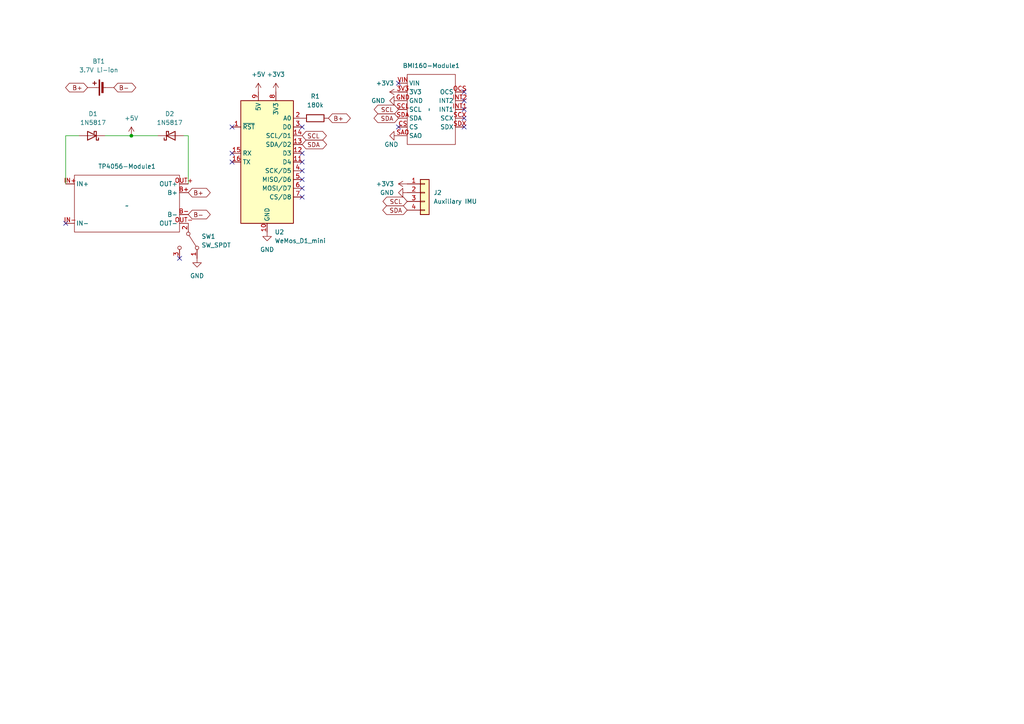
<source format=kicad_sch>
(kicad_sch (version 20230121) (generator eeschema)

  (uuid bdb60fbc-1b7d-41a7-90a8-acda41371973)

  (paper "A4")

  (lib_symbols
    (symbol "Breakout Boards:BMI160-Module" (in_bom yes) (on_board yes)
      (property "Reference" "BMI160-Module" (at 0 0 0)
        (effects (font (size 1.27 1.27)))
      )
      (property "Value" "" (at 0 0 0)
        (effects (font (size 1.27 1.27)))
      )
      (property "Footprint" "" (at 0 0 0)
        (effects (font (size 1.27 1.27)) hide)
      )
      (property "Datasheet" "" (at 0 0 0)
        (effects (font (size 1.27 1.27)) hide)
      )
      (symbol "BMI160-Module_0_1"
        (rectangle (start -10.16 7.62) (end 10.16 -6.35)
          (stroke (width 0) (type default))
          (fill (type none))
        )
      )
      (symbol "BMI160-Module_1_1"
        (pin input line (at -5.08 -8.89 90) (length 2.54)
          (name "3V3" (effects (font (size 1.27 1.27))))
          (number "3V3" (effects (font (size 1.27 1.27))))
        )
        (pin input line (at 5.08 -8.89 90) (length 2.54)
          (name "CS" (effects (font (size 1.27 1.27))))
          (number "CS" (effects (font (size 1.27 1.27))))
        )
        (pin input line (at -2.54 -8.89 90) (length 2.54)
          (name "GND" (effects (font (size 1.27 1.27))))
          (number "GND" (effects (font (size 1.27 1.27))))
        )
        (pin input line (at 0 10.16 270) (length 2.54)
          (name "INT1" (effects (font (size 1.27 1.27))))
          (number "INT1" (effects (font (size 1.27 1.27))))
        )
        (pin input line (at -2.54 10.16 270) (length 2.54)
          (name "INT2" (effects (font (size 1.27 1.27))))
          (number "INT2" (effects (font (size 1.27 1.27))))
        )
        (pin input line (at -5.08 10.16 270) (length 2.54)
          (name "OCS" (effects (font (size 1.27 1.27))))
          (number "OCS" (effects (font (size 1.27 1.27))))
        )
        (pin input line (at 7.62 -8.89 90) (length 2.54)
          (name "SAO" (effects (font (size 1.27 1.27))))
          (number "SAO" (effects (font (size 1.27 1.27))))
        )
        (pin input line (at 0 -8.89 90) (length 2.54)
          (name "SCL" (effects (font (size 1.27 1.27))))
          (number "SCL" (effects (font (size 1.27 1.27))))
        )
        (pin input line (at 2.54 10.16 270) (length 2.54)
          (name "SCX" (effects (font (size 1.27 1.27))))
          (number "SCX" (effects (font (size 1.27 1.27))))
        )
        (pin input line (at 2.54 -8.89 90) (length 2.54)
          (name "SDA" (effects (font (size 1.27 1.27))))
          (number "SDA" (effects (font (size 1.27 1.27))))
        )
        (pin input line (at 5.08 10.16 270) (length 2.54)
          (name "SDX" (effects (font (size 1.27 1.27))))
          (number "SDX" (effects (font (size 1.27 1.27))))
        )
        (pin input line (at -7.62 -8.89 90) (length 2.54)
          (name "VIN" (effects (font (size 1.27 1.27))))
          (number "VIN" (effects (font (size 1.27 1.27))))
        )
      )
    )
    (symbol "Breakout Boards:TP4056-Module" (in_bom yes) (on_board yes)
      (property "Reference" "TP4056-Module" (at 0 0 0)
        (effects (font (size 1.27 1.27)))
      )
      (property "Value" "" (at 0 0 0)
        (effects (font (size 1.27 1.27)))
      )
      (property "Footprint" "" (at 0 0 0)
        (effects (font (size 1.27 1.27)) hide)
      )
      (property "Datasheet" "" (at 0 0 0)
        (effects (font (size 1.27 1.27)) hide)
      )
      (symbol "TP4056-Module_0_1"
        (rectangle (start -15.24 8.89) (end 15.24 -7.62)
          (stroke (width 0) (type default))
          (fill (type none))
        )
      )
      (symbol "TP4056-Module_1_1"
        (pin power_in line (at 17.78 3.81 180) (length 2.54)
          (name "B+" (effects (font (size 1.27 1.27))))
          (number "B+" (effects (font (size 1.27 1.27))))
        )
        (pin power_in line (at 17.78 -2.54 180) (length 2.54)
          (name "B-" (effects (font (size 1.27 1.27))))
          (number "B-" (effects (font (size 1.27 1.27))))
        )
        (pin power_in line (at -17.78 6.35 0) (length 2.54)
          (name "IN+" (effects (font (size 1.27 1.27))))
          (number "IN+" (effects (font (size 1.27 1.27))))
        )
        (pin power_in line (at -17.78 -5.08 0) (length 2.54)
          (name "IN-" (effects (font (size 1.27 1.27))))
          (number "IN-" (effects (font (size 1.27 1.27))))
        )
        (pin power_out line (at 17.78 6.35 180) (length 2.54)
          (name "OUT+" (effects (font (size 1.27 1.27))))
          (number "OUT+" (effects (font (size 1.27 1.27))))
        )
        (pin power_out line (at 17.78 -5.08 180) (length 2.54)
          (name "OUT-" (effects (font (size 1.27 1.27))))
          (number "OUT-" (effects (font (size 1.27 1.27))))
        )
      )
    )
    (symbol "Connector_Generic:Conn_01x04" (pin_names (offset 1.016) hide) (in_bom yes) (on_board yes)
      (property "Reference" "J" (at 0 5.08 0)
        (effects (font (size 1.27 1.27)))
      )
      (property "Value" "Conn_01x04" (at 0 -7.62 0)
        (effects (font (size 1.27 1.27)))
      )
      (property "Footprint" "" (at 0 0 0)
        (effects (font (size 1.27 1.27)) hide)
      )
      (property "Datasheet" "~" (at 0 0 0)
        (effects (font (size 1.27 1.27)) hide)
      )
      (property "ki_keywords" "connector" (at 0 0 0)
        (effects (font (size 1.27 1.27)) hide)
      )
      (property "ki_description" "Generic connector, single row, 01x04, script generated (kicad-library-utils/schlib/autogen/connector/)" (at 0 0 0)
        (effects (font (size 1.27 1.27)) hide)
      )
      (property "ki_fp_filters" "Connector*:*_1x??_*" (at 0 0 0)
        (effects (font (size 1.27 1.27)) hide)
      )
      (symbol "Conn_01x04_1_1"
        (rectangle (start -1.27 -4.953) (end 0 -5.207)
          (stroke (width 0.1524) (type default))
          (fill (type none))
        )
        (rectangle (start -1.27 -2.413) (end 0 -2.667)
          (stroke (width 0.1524) (type default))
          (fill (type none))
        )
        (rectangle (start -1.27 0.127) (end 0 -0.127)
          (stroke (width 0.1524) (type default))
          (fill (type none))
        )
        (rectangle (start -1.27 2.667) (end 0 2.413)
          (stroke (width 0.1524) (type default))
          (fill (type none))
        )
        (rectangle (start -1.27 3.81) (end 1.27 -6.35)
          (stroke (width 0.254) (type default))
          (fill (type background))
        )
        (pin passive line (at -5.08 2.54 0) (length 3.81)
          (name "Pin_1" (effects (font (size 1.27 1.27))))
          (number "1" (effects (font (size 1.27 1.27))))
        )
        (pin passive line (at -5.08 0 0) (length 3.81)
          (name "Pin_2" (effects (font (size 1.27 1.27))))
          (number "2" (effects (font (size 1.27 1.27))))
        )
        (pin passive line (at -5.08 -2.54 0) (length 3.81)
          (name "Pin_3" (effects (font (size 1.27 1.27))))
          (number "3" (effects (font (size 1.27 1.27))))
        )
        (pin passive line (at -5.08 -5.08 0) (length 3.81)
          (name "Pin_4" (effects (font (size 1.27 1.27))))
          (number "4" (effects (font (size 1.27 1.27))))
        )
      )
    )
    (symbol "Device:Battery_Cell" (pin_numbers hide) (pin_names (offset 0) hide) (in_bom yes) (on_board yes)
      (property "Reference" "BT" (at 2.54 2.54 0)
        (effects (font (size 1.27 1.27)) (justify left))
      )
      (property "Value" "Battery_Cell" (at 2.54 0 0)
        (effects (font (size 1.27 1.27)) (justify left))
      )
      (property "Footprint" "" (at 0 1.524 90)
        (effects (font (size 1.27 1.27)) hide)
      )
      (property "Datasheet" "~" (at 0 1.524 90)
        (effects (font (size 1.27 1.27)) hide)
      )
      (property "ki_keywords" "battery cell" (at 0 0 0)
        (effects (font (size 1.27 1.27)) hide)
      )
      (property "ki_description" "Single-cell battery" (at 0 0 0)
        (effects (font (size 1.27 1.27)) hide)
      )
      (symbol "Battery_Cell_0_1"
        (rectangle (start -2.286 1.778) (end 2.286 1.524)
          (stroke (width 0) (type default))
          (fill (type outline))
        )
        (rectangle (start -1.524 1.016) (end 1.524 0.508)
          (stroke (width 0) (type default))
          (fill (type outline))
        )
        (polyline
          (pts
            (xy 0 0.762)
            (xy 0 0)
          )
          (stroke (width 0) (type default))
          (fill (type none))
        )
        (polyline
          (pts
            (xy 0 1.778)
            (xy 0 2.54)
          )
          (stroke (width 0) (type default))
          (fill (type none))
        )
        (polyline
          (pts
            (xy 0.762 3.048)
            (xy 1.778 3.048)
          )
          (stroke (width 0.254) (type default))
          (fill (type none))
        )
        (polyline
          (pts
            (xy 1.27 3.556)
            (xy 1.27 2.54)
          )
          (stroke (width 0.254) (type default))
          (fill (type none))
        )
      )
      (symbol "Battery_Cell_1_1"
        (pin passive line (at 0 5.08 270) (length 2.54)
          (name "+" (effects (font (size 1.27 1.27))))
          (number "1" (effects (font (size 1.27 1.27))))
        )
        (pin passive line (at 0 -2.54 90) (length 2.54)
          (name "-" (effects (font (size 1.27 1.27))))
          (number "2" (effects (font (size 1.27 1.27))))
        )
      )
    )
    (symbol "Device:R" (pin_numbers hide) (pin_names (offset 0)) (in_bom yes) (on_board yes)
      (property "Reference" "R" (at 2.032 0 90)
        (effects (font (size 1.27 1.27)))
      )
      (property "Value" "R" (at 0 0 90)
        (effects (font (size 1.27 1.27)))
      )
      (property "Footprint" "" (at -1.778 0 90)
        (effects (font (size 1.27 1.27)) hide)
      )
      (property "Datasheet" "~" (at 0 0 0)
        (effects (font (size 1.27 1.27)) hide)
      )
      (property "ki_keywords" "R res resistor" (at 0 0 0)
        (effects (font (size 1.27 1.27)) hide)
      )
      (property "ki_description" "Resistor" (at 0 0 0)
        (effects (font (size 1.27 1.27)) hide)
      )
      (property "ki_fp_filters" "R_*" (at 0 0 0)
        (effects (font (size 1.27 1.27)) hide)
      )
      (symbol "R_0_1"
        (rectangle (start -1.016 -2.54) (end 1.016 2.54)
          (stroke (width 0.254) (type default))
          (fill (type none))
        )
      )
      (symbol "R_1_1"
        (pin passive line (at 0 3.81 270) (length 1.27)
          (name "~" (effects (font (size 1.27 1.27))))
          (number "1" (effects (font (size 1.27 1.27))))
        )
        (pin passive line (at 0 -3.81 90) (length 1.27)
          (name "~" (effects (font (size 1.27 1.27))))
          (number "2" (effects (font (size 1.27 1.27))))
        )
      )
    )
    (symbol "Diode:1N5817" (pin_numbers hide) (pin_names (offset 1.016) hide) (in_bom yes) (on_board yes)
      (property "Reference" "D" (at 0 2.54 0)
        (effects (font (size 1.27 1.27)))
      )
      (property "Value" "1N5817" (at 0 -2.54 0)
        (effects (font (size 1.27 1.27)))
      )
      (property "Footprint" "Diode_THT:D_DO-41_SOD81_P10.16mm_Horizontal" (at 0 -4.445 0)
        (effects (font (size 1.27 1.27)) hide)
      )
      (property "Datasheet" "http://www.vishay.com/docs/88525/1n5817.pdf" (at 0 0 0)
        (effects (font (size 1.27 1.27)) hide)
      )
      (property "ki_keywords" "diode Schottky" (at 0 0 0)
        (effects (font (size 1.27 1.27)) hide)
      )
      (property "ki_description" "20V 1A Schottky Barrier Rectifier Diode, DO-41" (at 0 0 0)
        (effects (font (size 1.27 1.27)) hide)
      )
      (property "ki_fp_filters" "D*DO?41*" (at 0 0 0)
        (effects (font (size 1.27 1.27)) hide)
      )
      (symbol "1N5817_0_1"
        (polyline
          (pts
            (xy 1.27 0)
            (xy -1.27 0)
          )
          (stroke (width 0) (type default))
          (fill (type none))
        )
        (polyline
          (pts
            (xy 1.27 1.27)
            (xy 1.27 -1.27)
            (xy -1.27 0)
            (xy 1.27 1.27)
          )
          (stroke (width 0.254) (type default))
          (fill (type none))
        )
        (polyline
          (pts
            (xy -1.905 0.635)
            (xy -1.905 1.27)
            (xy -1.27 1.27)
            (xy -1.27 -1.27)
            (xy -0.635 -1.27)
            (xy -0.635 -0.635)
          )
          (stroke (width 0.254) (type default))
          (fill (type none))
        )
      )
      (symbol "1N5817_1_1"
        (pin passive line (at -3.81 0 0) (length 2.54)
          (name "K" (effects (font (size 1.27 1.27))))
          (number "1" (effects (font (size 1.27 1.27))))
        )
        (pin passive line (at 3.81 0 180) (length 2.54)
          (name "A" (effects (font (size 1.27 1.27))))
          (number "2" (effects (font (size 1.27 1.27))))
        )
      )
    )
    (symbol "MCU_Module:WeMos_D1_mini" (in_bom yes) (on_board yes)
      (property "Reference" "U" (at 3.81 19.05 0)
        (effects (font (size 1.27 1.27)) (justify left))
      )
      (property "Value" "WeMos_D1_mini" (at 1.27 -19.05 0)
        (effects (font (size 1.27 1.27)) (justify left))
      )
      (property "Footprint" "Module:WEMOS_D1_mini_light" (at 0 -29.21 0)
        (effects (font (size 1.27 1.27)) hide)
      )
      (property "Datasheet" "https://wiki.wemos.cc/products:d1:d1_mini#documentation" (at -46.99 -29.21 0)
        (effects (font (size 1.27 1.27)) hide)
      )
      (property "ki_keywords" "ESP8266 WiFi microcontroller ESP8266EX" (at 0 0 0)
        (effects (font (size 1.27 1.27)) hide)
      )
      (property "ki_description" "32-bit microcontroller module with WiFi" (at 0 0 0)
        (effects (font (size 1.27 1.27)) hide)
      )
      (property "ki_fp_filters" "WEMOS*D1*mini*" (at 0 0 0)
        (effects (font (size 1.27 1.27)) hide)
      )
      (symbol "WeMos_D1_mini_1_1"
        (rectangle (start -7.62 17.78) (end 7.62 -17.78)
          (stroke (width 0.254) (type default))
          (fill (type background))
        )
        (pin input line (at -10.16 10.16 0) (length 2.54)
          (name "~{RST}" (effects (font (size 1.27 1.27))))
          (number "1" (effects (font (size 1.27 1.27))))
        )
        (pin power_in line (at 0 -20.32 90) (length 2.54)
          (name "GND" (effects (font (size 1.27 1.27))))
          (number "10" (effects (font (size 1.27 1.27))))
        )
        (pin bidirectional line (at 10.16 0 180) (length 2.54)
          (name "D4" (effects (font (size 1.27 1.27))))
          (number "11" (effects (font (size 1.27 1.27))))
        )
        (pin bidirectional line (at 10.16 2.54 180) (length 2.54)
          (name "D3" (effects (font (size 1.27 1.27))))
          (number "12" (effects (font (size 1.27 1.27))))
        )
        (pin bidirectional line (at 10.16 5.08 180) (length 2.54)
          (name "SDA/D2" (effects (font (size 1.27 1.27))))
          (number "13" (effects (font (size 1.27 1.27))))
        )
        (pin bidirectional line (at 10.16 7.62 180) (length 2.54)
          (name "SCL/D1" (effects (font (size 1.27 1.27))))
          (number "14" (effects (font (size 1.27 1.27))))
        )
        (pin input line (at -10.16 2.54 0) (length 2.54)
          (name "RX" (effects (font (size 1.27 1.27))))
          (number "15" (effects (font (size 1.27 1.27))))
        )
        (pin output line (at -10.16 0 0) (length 2.54)
          (name "TX" (effects (font (size 1.27 1.27))))
          (number "16" (effects (font (size 1.27 1.27))))
        )
        (pin input line (at 10.16 12.7 180) (length 2.54)
          (name "A0" (effects (font (size 1.27 1.27))))
          (number "2" (effects (font (size 1.27 1.27))))
        )
        (pin bidirectional line (at 10.16 10.16 180) (length 2.54)
          (name "D0" (effects (font (size 1.27 1.27))))
          (number "3" (effects (font (size 1.27 1.27))))
        )
        (pin bidirectional line (at 10.16 -2.54 180) (length 2.54)
          (name "SCK/D5" (effects (font (size 1.27 1.27))))
          (number "4" (effects (font (size 1.27 1.27))))
        )
        (pin bidirectional line (at 10.16 -5.08 180) (length 2.54)
          (name "MISO/D6" (effects (font (size 1.27 1.27))))
          (number "5" (effects (font (size 1.27 1.27))))
        )
        (pin bidirectional line (at 10.16 -7.62 180) (length 2.54)
          (name "MOSI/D7" (effects (font (size 1.27 1.27))))
          (number "6" (effects (font (size 1.27 1.27))))
        )
        (pin bidirectional line (at 10.16 -10.16 180) (length 2.54)
          (name "CS/D8" (effects (font (size 1.27 1.27))))
          (number "7" (effects (font (size 1.27 1.27))))
        )
        (pin power_out line (at 2.54 20.32 270) (length 2.54)
          (name "3V3" (effects (font (size 1.27 1.27))))
          (number "8" (effects (font (size 1.27 1.27))))
        )
        (pin power_in line (at -2.54 20.32 270) (length 2.54)
          (name "5V" (effects (font (size 1.27 1.27))))
          (number "9" (effects (font (size 1.27 1.27))))
        )
      )
    )
    (symbol "Switch:SW_SPDT" (pin_names (offset 0) hide) (in_bom yes) (on_board yes)
      (property "Reference" "SW" (at 0 4.318 0)
        (effects (font (size 1.27 1.27)))
      )
      (property "Value" "SW_SPDT" (at 0 -5.08 0)
        (effects (font (size 1.27 1.27)))
      )
      (property "Footprint" "" (at 0 0 0)
        (effects (font (size 1.27 1.27)) hide)
      )
      (property "Datasheet" "~" (at 0 0 0)
        (effects (font (size 1.27 1.27)) hide)
      )
      (property "ki_keywords" "switch single-pole double-throw spdt ON-ON" (at 0 0 0)
        (effects (font (size 1.27 1.27)) hide)
      )
      (property "ki_description" "Switch, single pole double throw" (at 0 0 0)
        (effects (font (size 1.27 1.27)) hide)
      )
      (symbol "SW_SPDT_0_0"
        (circle (center -2.032 0) (radius 0.508)
          (stroke (width 0) (type default))
          (fill (type none))
        )
        (circle (center 2.032 -2.54) (radius 0.508)
          (stroke (width 0) (type default))
          (fill (type none))
        )
      )
      (symbol "SW_SPDT_0_1"
        (polyline
          (pts
            (xy -1.524 0.254)
            (xy 1.651 2.286)
          )
          (stroke (width 0) (type default))
          (fill (type none))
        )
        (circle (center 2.032 2.54) (radius 0.508)
          (stroke (width 0) (type default))
          (fill (type none))
        )
      )
      (symbol "SW_SPDT_1_1"
        (pin passive line (at 5.08 2.54 180) (length 2.54)
          (name "A" (effects (font (size 1.27 1.27))))
          (number "1" (effects (font (size 1.27 1.27))))
        )
        (pin passive line (at -5.08 0 0) (length 2.54)
          (name "B" (effects (font (size 1.27 1.27))))
          (number "2" (effects (font (size 1.27 1.27))))
        )
        (pin passive line (at 5.08 -2.54 180) (length 2.54)
          (name "C" (effects (font (size 1.27 1.27))))
          (number "3" (effects (font (size 1.27 1.27))))
        )
      )
    )
    (symbol "power:+3V3" (power) (pin_names (offset 0)) (in_bom yes) (on_board yes)
      (property "Reference" "#PWR" (at 0 -3.81 0)
        (effects (font (size 1.27 1.27)) hide)
      )
      (property "Value" "+3V3" (at 0 3.556 0)
        (effects (font (size 1.27 1.27)))
      )
      (property "Footprint" "" (at 0 0 0)
        (effects (font (size 1.27 1.27)) hide)
      )
      (property "Datasheet" "" (at 0 0 0)
        (effects (font (size 1.27 1.27)) hide)
      )
      (property "ki_keywords" "global power" (at 0 0 0)
        (effects (font (size 1.27 1.27)) hide)
      )
      (property "ki_description" "Power symbol creates a global label with name \"+3V3\"" (at 0 0 0)
        (effects (font (size 1.27 1.27)) hide)
      )
      (symbol "+3V3_0_1"
        (polyline
          (pts
            (xy -0.762 1.27)
            (xy 0 2.54)
          )
          (stroke (width 0) (type default))
          (fill (type none))
        )
        (polyline
          (pts
            (xy 0 0)
            (xy 0 2.54)
          )
          (stroke (width 0) (type default))
          (fill (type none))
        )
        (polyline
          (pts
            (xy 0 2.54)
            (xy 0.762 1.27)
          )
          (stroke (width 0) (type default))
          (fill (type none))
        )
      )
      (symbol "+3V3_1_1"
        (pin power_in line (at 0 0 90) (length 0) hide
          (name "+3V3" (effects (font (size 1.27 1.27))))
          (number "1" (effects (font (size 1.27 1.27))))
        )
      )
    )
    (symbol "power:+5V" (power) (pin_names (offset 0)) (in_bom yes) (on_board yes)
      (property "Reference" "#PWR" (at 0 -3.81 0)
        (effects (font (size 1.27 1.27)) hide)
      )
      (property "Value" "+5V" (at 0 3.556 0)
        (effects (font (size 1.27 1.27)))
      )
      (property "Footprint" "" (at 0 0 0)
        (effects (font (size 1.27 1.27)) hide)
      )
      (property "Datasheet" "" (at 0 0 0)
        (effects (font (size 1.27 1.27)) hide)
      )
      (property "ki_keywords" "global power" (at 0 0 0)
        (effects (font (size 1.27 1.27)) hide)
      )
      (property "ki_description" "Power symbol creates a global label with name \"+5V\"" (at 0 0 0)
        (effects (font (size 1.27 1.27)) hide)
      )
      (symbol "+5V_0_1"
        (polyline
          (pts
            (xy -0.762 1.27)
            (xy 0 2.54)
          )
          (stroke (width 0) (type default))
          (fill (type none))
        )
        (polyline
          (pts
            (xy 0 0)
            (xy 0 2.54)
          )
          (stroke (width 0) (type default))
          (fill (type none))
        )
        (polyline
          (pts
            (xy 0 2.54)
            (xy 0.762 1.27)
          )
          (stroke (width 0) (type default))
          (fill (type none))
        )
      )
      (symbol "+5V_1_1"
        (pin power_in line (at 0 0 90) (length 0) hide
          (name "+5V" (effects (font (size 1.27 1.27))))
          (number "1" (effects (font (size 1.27 1.27))))
        )
      )
    )
    (symbol "power:GND" (power) (pin_names (offset 0)) (in_bom yes) (on_board yes)
      (property "Reference" "#PWR" (at 0 -6.35 0)
        (effects (font (size 1.27 1.27)) hide)
      )
      (property "Value" "GND" (at 0 -3.81 0)
        (effects (font (size 1.27 1.27)))
      )
      (property "Footprint" "" (at 0 0 0)
        (effects (font (size 1.27 1.27)) hide)
      )
      (property "Datasheet" "" (at 0 0 0)
        (effects (font (size 1.27 1.27)) hide)
      )
      (property "ki_keywords" "global power" (at 0 0 0)
        (effects (font (size 1.27 1.27)) hide)
      )
      (property "ki_description" "Power symbol creates a global label with name \"GND\" , ground" (at 0 0 0)
        (effects (font (size 1.27 1.27)) hide)
      )
      (symbol "GND_0_1"
        (polyline
          (pts
            (xy 0 0)
            (xy 0 -1.27)
            (xy 1.27 -1.27)
            (xy 0 -2.54)
            (xy -1.27 -1.27)
            (xy 0 -1.27)
          )
          (stroke (width 0) (type default))
          (fill (type none))
        )
      )
      (symbol "GND_1_1"
        (pin power_in line (at 0 0 270) (length 0) hide
          (name "GND" (effects (font (size 1.27 1.27))))
          (number "1" (effects (font (size 1.27 1.27))))
        )
      )
    )
  )

  (junction (at 38.1 39.37) (diameter 0) (color 0 0 0 0)
    (uuid e2c83c56-345c-4cb4-9920-5cb126b70559)
  )

  (no_connect (at 67.31 36.83) (uuid 06d00ca8-2905-4d7d-b799-000b52f87261))
  (no_connect (at 87.63 36.83) (uuid 19c73ebd-26b6-4dcd-9064-83e3c2045041))
  (no_connect (at 87.63 54.61) (uuid 205b6211-fb5e-473f-be22-3492eb67efbc))
  (no_connect (at 87.63 44.45) (uuid 29377f0e-2a96-49ee-bbb9-de44165c735d))
  (no_connect (at 134.62 31.75) (uuid 43b7f41c-008c-476e-a7b5-a0e2b86c147d))
  (no_connect (at 52.07 74.93) (uuid 45085b85-f250-436f-9e7d-9ec97988b797))
  (no_connect (at 134.62 36.83) (uuid 49e2406a-6a75-4fc7-9352-592f00b7772a))
  (no_connect (at 115.57 24.13) (uuid 529ae07f-3915-4b43-99f0-586622840877))
  (no_connect (at 87.63 57.15) (uuid 56c9651a-20b7-4f53-8019-3d41bec9ced5))
  (no_connect (at 134.62 26.67) (uuid 5b68d0e5-6b94-408f-9688-43327a27f749))
  (no_connect (at 115.57 36.83) (uuid 67c7065b-c5e1-4ddd-8446-46adbcde42b5))
  (no_connect (at 67.31 44.45) (uuid 6b3e9c67-973b-4df3-b584-1dbcd15eb601))
  (no_connect (at 87.63 49.53) (uuid 7417b288-43ee-49f1-833e-a4e7514388e6))
  (no_connect (at 134.62 34.29) (uuid 849a527f-90c4-4a09-a986-346e21d8131d))
  (no_connect (at 87.63 52.07) (uuid 8d6bbb3c-9b4e-4408-afe0-6d147a2d7942))
  (no_connect (at 134.62 29.21) (uuid 99f21534-7f48-482c-a156-beadd4c4ff85))
  (no_connect (at 19.05 64.77) (uuid 9a2d5263-e802-47d5-9a15-1789ece091aa))
  (no_connect (at 87.63 46.99) (uuid b56ebdc2-291f-476e-832c-2ee8d17d4cef))
  (no_connect (at 67.31 46.99) (uuid d6b7ceb3-4a3e-445a-88b8-8ec2413d1357))

  (wire (pts (xy 53.34 39.37) (xy 54.61 39.37))
    (stroke (width 0) (type default))
    (uuid 00bb0e8c-10c4-4db5-b3f9-355b7b62bb90)
  )
  (wire (pts (xy 38.1 39.37) (xy 45.72 39.37))
    (stroke (width 0) (type default))
    (uuid 4b907e97-953c-4aa8-b546-a82fe4b0218b)
  )
  (wire (pts (xy 54.61 39.37) (xy 54.61 53.34))
    (stroke (width 0) (type default))
    (uuid 50a7c547-5bd5-4582-9bdc-5c318c997f9e)
  )
  (wire (pts (xy 19.05 39.37) (xy 19.05 53.34))
    (stroke (width 0) (type default))
    (uuid 8a4e1558-acca-4237-a975-a153b93ba9ac)
  )
  (wire (pts (xy 30.48 39.37) (xy 38.1 39.37))
    (stroke (width 0) (type default))
    (uuid b53b64b1-1364-4723-933c-d173b2f64f0f)
  )
  (wire (pts (xy 19.05 39.37) (xy 22.86 39.37))
    (stroke (width 0) (type default))
    (uuid f8f1c620-f88a-4a38-926a-11802e85313e)
  )

  (global_label "SDA" (shape bidirectional) (at 115.57 34.29 180) (fields_autoplaced)
    (effects (font (size 1.27 1.27)) (justify right))
    (uuid 10458383-0ade-4192-8b01-907ffd621350)
    (property "Intersheetrefs" "${INTERSHEET_REFS}" (at 107.9054 34.29 0)
      (effects (font (size 1.27 1.27)) (justify right) hide)
    )
  )
  (global_label "SCL" (shape bidirectional) (at 118.11 58.42 180) (fields_autoplaced)
    (effects (font (size 1.27 1.27)) (justify right))
    (uuid 5ac07da1-6c66-4ba6-85f7-018f20c3351b)
    (property "Intersheetrefs" "${INTERSHEET_REFS}" (at 110.5059 58.42 0)
      (effects (font (size 1.27 1.27)) (justify right) hide)
    )
  )
  (global_label "B+" (shape bidirectional) (at 95.25 34.29 0) (fields_autoplaced)
    (effects (font (size 1.27 1.27)) (justify left))
    (uuid 71cfd84b-75da-494b-908c-93c0ea2fb740)
    (property "Intersheetrefs" "${INTERSHEET_REFS}" (at 102.1889 34.29 0)
      (effects (font (size 1.27 1.27)) (justify left) hide)
    )
  )
  (global_label "SDA" (shape bidirectional) (at 87.63 41.91 0) (fields_autoplaced)
    (effects (font (size 1.27 1.27)) (justify left))
    (uuid 82ac90b7-49e2-42d4-97ec-486c3fdaa88f)
    (property "Intersheetrefs" "${INTERSHEET_REFS}" (at 95.2946 41.91 0)
      (effects (font (size 1.27 1.27)) (justify left) hide)
    )
  )
  (global_label "B-" (shape bidirectional) (at 54.61 62.23 0) (fields_autoplaced)
    (effects (font (size 1.27 1.27)) (justify left))
    (uuid 8491977c-1c4d-483f-92a0-6d4531875860)
    (property "Intersheetrefs" "${INTERSHEET_REFS}" (at 61.5489 62.23 0)
      (effects (font (size 1.27 1.27)) (justify left) hide)
    )
  )
  (global_label "SCL" (shape bidirectional) (at 87.63 39.37 0) (fields_autoplaced)
    (effects (font (size 1.27 1.27)) (justify left))
    (uuid b05d3931-8b7b-4f34-8788-99a5462a6359)
    (property "Intersheetrefs" "${INTERSHEET_REFS}" (at 95.2341 39.37 0)
      (effects (font (size 1.27 1.27)) (justify left) hide)
    )
  )
  (global_label "B+" (shape bidirectional) (at 54.61 55.88 0) (fields_autoplaced)
    (effects (font (size 1.27 1.27)) (justify left))
    (uuid b3ba6c05-5af1-4fcc-9f0a-4000eb794b1e)
    (property "Intersheetrefs" "${INTERSHEET_REFS}" (at 61.5489 55.88 0)
      (effects (font (size 1.27 1.27)) (justify left) hide)
    )
  )
  (global_label "B-" (shape bidirectional) (at 33.02 25.4 0) (fields_autoplaced)
    (effects (font (size 1.27 1.27)) (justify left))
    (uuid b970fad4-47ea-486b-9f7b-14935045ae68)
    (property "Intersheetrefs" "${INTERSHEET_REFS}" (at 39.9589 25.4 0)
      (effects (font (size 1.27 1.27)) (justify left) hide)
    )
  )
  (global_label "B+" (shape bidirectional) (at 25.4 25.4 180) (fields_autoplaced)
    (effects (font (size 1.27 1.27)) (justify right))
    (uuid dddd03f7-9a9d-45d3-ba72-572738467342)
    (property "Intersheetrefs" "${INTERSHEET_REFS}" (at 18.4611 25.4 0)
      (effects (font (size 1.27 1.27)) (justify right) hide)
    )
  )
  (global_label "SCL" (shape bidirectional) (at 115.57 31.75 180) (fields_autoplaced)
    (effects (font (size 1.27 1.27)) (justify right))
    (uuid e01c8cdb-ba35-4d2e-ac12-ab5fed8027ba)
    (property "Intersheetrefs" "${INTERSHEET_REFS}" (at 107.9659 31.75 0)
      (effects (font (size 1.27 1.27)) (justify right) hide)
    )
  )
  (global_label "SDA" (shape bidirectional) (at 118.11 60.96 180) (fields_autoplaced)
    (effects (font (size 1.27 1.27)) (justify right))
    (uuid f5b2cb55-6d96-4bd5-bcba-6af463c32771)
    (property "Intersheetrefs" "${INTERSHEET_REFS}" (at 110.4454 60.96 0)
      (effects (font (size 1.27 1.27)) (justify right) hide)
    )
  )

  (symbol (lib_id "Diode:1N5817") (at 26.67 39.37 180) (unit 1)
    (in_bom yes) (on_board yes) (dnp no)
    (uuid 0254616b-746e-484f-a0f5-477244f40351)
    (property "Reference" "D1" (at 26.9875 33.02 0)
      (effects (font (size 1.27 1.27)))
    )
    (property "Value" "1N5817" (at 26.9875 35.56 0)
      (effects (font (size 1.27 1.27)))
    )
    (property "Footprint" "Diode_THT:D_DO-41_SOD81_P10.16mm_Horizontal" (at 26.67 34.925 0)
      (effects (font (size 1.27 1.27)) hide)
    )
    (property "Datasheet" "http://www.vishay.com/docs/88525/1n5817.pdf" (at 26.67 39.37 0)
      (effects (font (size 1.27 1.27)) hide)
    )
    (pin "2" (uuid c8656196-287c-4522-8f97-c3d95b01a5aa))
    (pin "1" (uuid 86e3398f-e88a-4ad1-8ebf-3f89220eb92b))
    (instances
      (project "SlimeVR_Tracker"
        (path "/bdb60fbc-1b7d-41a7-90a8-acda41371973"
          (reference "D1") (unit 1)
        )
      )
    )
  )

  (symbol (lib_id "Device:R") (at 91.44 34.29 90) (unit 1)
    (in_bom yes) (on_board yes) (dnp no)
    (uuid 13b42237-ec5c-4137-aab0-a60d8e98a852)
    (property "Reference" "R1" (at 91.44 27.94 90)
      (effects (font (size 1.27 1.27)))
    )
    (property "Value" "180k" (at 91.44 30.48 90)
      (effects (font (size 1.27 1.27)))
    )
    (property "Footprint" "Resistor_THT:R_Axial_DIN0207_L6.3mm_D2.5mm_P10.16mm_Horizontal" (at 91.44 36.068 90)
      (effects (font (size 1.27 1.27)) hide)
    )
    (property "Datasheet" "~" (at 91.44 34.29 0)
      (effects (font (size 1.27 1.27)) hide)
    )
    (pin "2" (uuid 048ee05d-58cf-45e0-bae2-0d857eed11d8))
    (pin "1" (uuid b01c80e6-72b9-4599-8886-df475e4959cc))
    (instances
      (project "SlimeVR_Tracker"
        (path "/bdb60fbc-1b7d-41a7-90a8-acda41371973"
          (reference "R1") (unit 1)
        )
      )
    )
  )

  (symbol (lib_id "Breakout Boards:TP4056-Module") (at 36.83 59.69 0) (unit 1)
    (in_bom yes) (on_board yes) (dnp no) (fields_autoplaced)
    (uuid 262ae8b2-af81-4849-88ff-bb740bb53665)
    (property "Reference" "TP4056-Module1" (at 36.83 48.26 0)
      (effects (font (size 1.27 1.27)))
    )
    (property "Value" "~" (at 36.83 59.69 0)
      (effects (font (size 1.27 1.27)))
    )
    (property "Footprint" "Breakout Boards:TP4056-Module" (at 36.83 59.69 0)
      (effects (font (size 1.27 1.27)) hide)
    )
    (property "Datasheet" "" (at 36.83 59.69 0)
      (effects (font (size 1.27 1.27)) hide)
    )
    (pin "B+" (uuid 379b4fb7-8b19-4a10-ba28-7328a4996cc3))
    (pin "OUT-" (uuid 54c995cb-b19d-4213-950c-75ac92b56091))
    (pin "B-" (uuid c5157418-d675-488e-9ebd-67ca2c34d0ff))
    (pin "IN-" (uuid 805b1f8d-793a-49ce-8dec-16a5a12ec171))
    (pin "IN+" (uuid 7ce09105-63e1-449d-9167-1873f5e34494))
    (pin "OUT+" (uuid c0576125-c867-4137-9b89-d4f28779e989))
    (instances
      (project "SlimeVR_Tracker"
        (path "/bdb60fbc-1b7d-41a7-90a8-acda41371973"
          (reference "TP4056-Module1") (unit 1)
        )
      )
    )
  )

  (symbol (lib_id "Device:Battery_Cell") (at 30.48 25.4 90) (unit 1)
    (in_bom yes) (on_board yes) (dnp no) (fields_autoplaced)
    (uuid 2c68b714-615a-4c83-b783-2ecc98410bc2)
    (property "Reference" "BT1" (at 28.6385 17.78 90)
      (effects (font (size 1.27 1.27)))
    )
    (property "Value" "3.7V Li-ion" (at 28.6385 20.32 90)
      (effects (font (size 1.27 1.27)))
    )
    (property "Footprint" "Connector_PinHeader_2.54mm:PinHeader_1x02_P2.54mm_Vertical" (at 28.956 25.4 90)
      (effects (font (size 1.27 1.27)) hide)
    )
    (property "Datasheet" "~" (at 28.956 25.4 90)
      (effects (font (size 1.27 1.27)) hide)
    )
    (pin "1" (uuid ffc9309b-7ee1-4ee3-8275-65c1414d11ec))
    (pin "2" (uuid c6497003-b391-4379-806d-dcb33b7aae42))
    (instances
      (project "SlimeVR_Tracker"
        (path "/bdb60fbc-1b7d-41a7-90a8-acda41371973"
          (reference "BT1") (unit 1)
        )
      )
    )
  )

  (symbol (lib_id "power:+5V") (at 74.93 26.67 0) (unit 1)
    (in_bom yes) (on_board yes) (dnp no) (fields_autoplaced)
    (uuid 374297b2-88ec-4ba8-afa2-ab5399901973)
    (property "Reference" "#PWR04" (at 74.93 30.48 0)
      (effects (font (size 1.27 1.27)) hide)
    )
    (property "Value" "+5V" (at 74.93 21.59 0)
      (effects (font (size 1.27 1.27)))
    )
    (property "Footprint" "" (at 74.93 26.67 0)
      (effects (font (size 1.27 1.27)) hide)
    )
    (property "Datasheet" "" (at 74.93 26.67 0)
      (effects (font (size 1.27 1.27)) hide)
    )
    (pin "1" (uuid 196689cf-8bb4-416e-9efe-96b3232df178))
    (instances
      (project "SlimeVR_Tracker"
        (path "/bdb60fbc-1b7d-41a7-90a8-acda41371973"
          (reference "#PWR04") (unit 1)
        )
      )
    )
  )

  (symbol (lib_id "power:+5V") (at 38.1 39.37 0) (unit 1)
    (in_bom yes) (on_board yes) (dnp no) (fields_autoplaced)
    (uuid 40fd2f1c-34e9-41d2-8e3f-23e00b512bf9)
    (property "Reference" "#PWR03" (at 38.1 43.18 0)
      (effects (font (size 1.27 1.27)) hide)
    )
    (property "Value" "+5V" (at 38.1 34.29 0)
      (effects (font (size 1.27 1.27)))
    )
    (property "Footprint" "" (at 38.1 39.37 0)
      (effects (font (size 1.27 1.27)) hide)
    )
    (property "Datasheet" "" (at 38.1 39.37 0)
      (effects (font (size 1.27 1.27)) hide)
    )
    (pin "1" (uuid 78146695-a334-4b74-9e6c-8b8fcc85de3c))
    (instances
      (project "SlimeVR_Tracker"
        (path "/bdb60fbc-1b7d-41a7-90a8-acda41371973"
          (reference "#PWR03") (unit 1)
        )
      )
    )
  )

  (symbol (lib_id "power:GND") (at 57.15 74.93 0) (unit 1)
    (in_bom yes) (on_board yes) (dnp no) (fields_autoplaced)
    (uuid 42b9d89f-9e6a-4b9a-8ec9-f4a59e8a24ad)
    (property "Reference" "#PWR02" (at 57.15 81.28 0)
      (effects (font (size 1.27 1.27)) hide)
    )
    (property "Value" "GND" (at 57.15 80.01 0)
      (effects (font (size 1.27 1.27)))
    )
    (property "Footprint" "" (at 57.15 74.93 0)
      (effects (font (size 1.27 1.27)) hide)
    )
    (property "Datasheet" "" (at 57.15 74.93 0)
      (effects (font (size 1.27 1.27)) hide)
    )
    (pin "1" (uuid 9c22912a-aa65-49e6-8125-4a8e1458fbc6))
    (instances
      (project "SlimeVR_Tracker"
        (path "/bdb60fbc-1b7d-41a7-90a8-acda41371973"
          (reference "#PWR02") (unit 1)
        )
      )
    )
  )

  (symbol (lib_id "power:GND") (at 115.57 39.37 270) (unit 1)
    (in_bom yes) (on_board yes) (dnp no)
    (uuid 6e109e3b-02b1-4149-ac76-22b4829caad3)
    (property "Reference" "#PWR08" (at 109.22 39.37 0)
      (effects (font (size 1.27 1.27)) hide)
    )
    (property "Value" "GND" (at 115.57 41.91 90)
      (effects (font (size 1.27 1.27)) (justify right))
    )
    (property "Footprint" "" (at 115.57 39.37 0)
      (effects (font (size 1.27 1.27)) hide)
    )
    (property "Datasheet" "" (at 115.57 39.37 0)
      (effects (font (size 1.27 1.27)) hide)
    )
    (pin "1" (uuid b4e5ed94-2ca5-462d-8593-75a1ee94014b))
    (instances
      (project "SlimeVR_Tracker"
        (path "/bdb60fbc-1b7d-41a7-90a8-acda41371973"
          (reference "#PWR08") (unit 1)
        )
      )
    )
  )

  (symbol (lib_id "Breakout Boards:BMI160-Module") (at 124.46 31.75 270) (unit 1)
    (in_bom yes) (on_board yes) (dnp no) (fields_autoplaced)
    (uuid 6e12000e-3fb7-410a-ba66-152417e5506a)
    (property "Reference" "BMI160-Module1" (at 125.095 19.05 90)
      (effects (font (size 1.27 1.27)))
    )
    (property "Value" "~" (at 124.46 31.75 0)
      (effects (font (size 1.27 1.27)))
    )
    (property "Footprint" "Breakout Boards:BMI160-Module" (at 124.46 31.75 0)
      (effects (font (size 1.27 1.27)) hide)
    )
    (property "Datasheet" "" (at 124.46 31.75 0)
      (effects (font (size 1.27 1.27)) hide)
    )
    (pin "INT1" (uuid c41d69bd-0b2c-4c34-8200-9b995a2cc69e))
    (pin "3V3" (uuid e9590295-67ff-47ef-b77d-4d0893634938))
    (pin "SAO" (uuid 2d5368b0-d32a-4023-a618-643b774ee9bf))
    (pin "OCS" (uuid bc4dd70f-013a-4c86-82ac-7fb52bc999e8))
    (pin "SDX" (uuid 4c2d072c-37df-4d99-b6f8-60406658c009))
    (pin "VIN" (uuid 924999fb-a31e-414e-863f-6b402730306e))
    (pin "CS" (uuid bc02fa88-7b89-4f38-98bb-a478c5fdf171))
    (pin "SDA" (uuid 0e3a51d5-269d-4a5a-ad17-310b939059dd))
    (pin "SCX" (uuid a61c6de1-8804-482c-8aa3-9fca31f6690b))
    (pin "INT2" (uuid c2bb8cc6-9466-4d18-9f7f-4cfcc025cfcd))
    (pin "GND" (uuid e570c815-464d-4112-9482-04a2d4480449))
    (pin "SCL" (uuid f1af25b1-c0b7-4e4a-9549-4e57f47223ae))
    (instances
      (project "SlimeVR_Tracker"
        (path "/bdb60fbc-1b7d-41a7-90a8-acda41371973"
          (reference "BMI160-Module1") (unit 1)
        )
      )
    )
  )

  (symbol (lib_id "power:+3V3") (at 118.11 53.34 90) (unit 1)
    (in_bom yes) (on_board yes) (dnp no)
    (uuid 716c4dbf-4edd-498b-9422-cb15b5308c54)
    (property "Reference" "#PWR010" (at 121.92 53.34 0)
      (effects (font (size 1.27 1.27)) hide)
    )
    (property "Value" "+3V3" (at 114.3 53.34 90)
      (effects (font (size 1.27 1.27)) (justify left))
    )
    (property "Footprint" "" (at 118.11 53.34 0)
      (effects (font (size 1.27 1.27)) hide)
    )
    (property "Datasheet" "" (at 118.11 53.34 0)
      (effects (font (size 1.27 1.27)) hide)
    )
    (pin "1" (uuid f2d2a3c1-1b8c-4300-8a5a-baed6fd8beaf))
    (instances
      (project "SlimeVR_Tracker"
        (path "/bdb60fbc-1b7d-41a7-90a8-acda41371973"
          (reference "#PWR010") (unit 1)
        )
      )
    )
  )

  (symbol (lib_id "Connector_Generic:Conn_01x04") (at 123.19 55.88 0) (unit 1)
    (in_bom yes) (on_board yes) (dnp no) (fields_autoplaced)
    (uuid 71acc8c0-06e6-4cc3-b263-a53403fa82f0)
    (property "Reference" "J2" (at 125.73 55.88 0)
      (effects (font (size 1.27 1.27)) (justify left))
    )
    (property "Value" "Auxiliary IMU" (at 125.73 58.42 0)
      (effects (font (size 1.27 1.27)) (justify left))
    )
    (property "Footprint" "Connector_JST:JST_XH_S4B-XH-A_1x04_P2.50mm_Horizontal" (at 123.19 55.88 0)
      (effects (font (size 1.27 1.27)) hide)
    )
    (property "Datasheet" "~" (at 123.19 55.88 0)
      (effects (font (size 1.27 1.27)) hide)
    )
    (pin "1" (uuid a20bd407-af6e-406b-b692-67f80d06cd95))
    (pin "4" (uuid bb267532-6a1c-47bc-a8df-4dd8a89c91c5))
    (pin "2" (uuid 7f38aed5-523b-42d1-bfff-95f6234e9e2d))
    (pin "3" (uuid 3ab6918d-d4e9-44ab-a5cc-642abe3c48f5))
    (instances
      (project "SlimeVR_Tracker"
        (path "/bdb60fbc-1b7d-41a7-90a8-acda41371973"
          (reference "J2") (unit 1)
        )
      )
    )
  )

  (symbol (lib_id "power:GND") (at 115.57 29.21 270) (unit 1)
    (in_bom yes) (on_board yes) (dnp no)
    (uuid 73ccc390-7ecc-4f5b-9acf-03f1b282e513)
    (property "Reference" "#PWR07" (at 109.22 29.21 0)
      (effects (font (size 1.27 1.27)) hide)
    )
    (property "Value" "GND" (at 111.76 29.21 90)
      (effects (font (size 1.27 1.27)) (justify right))
    )
    (property "Footprint" "" (at 115.57 29.21 0)
      (effects (font (size 1.27 1.27)) hide)
    )
    (property "Datasheet" "" (at 115.57 29.21 0)
      (effects (font (size 1.27 1.27)) hide)
    )
    (pin "1" (uuid 0c48f2a2-d476-45f8-973d-4aac1bcc7162))
    (instances
      (project "SlimeVR_Tracker"
        (path "/bdb60fbc-1b7d-41a7-90a8-acda41371973"
          (reference "#PWR07") (unit 1)
        )
      )
    )
  )

  (symbol (lib_id "power:+3V3") (at 80.01 26.67 0) (unit 1)
    (in_bom yes) (on_board yes) (dnp no) (fields_autoplaced)
    (uuid 7c74cf74-db94-417d-a43f-c15eb4a6b11c)
    (property "Reference" "#PWR05" (at 80.01 30.48 0)
      (effects (font (size 1.27 1.27)) hide)
    )
    (property "Value" "+3V3" (at 80.01 21.59 0)
      (effects (font (size 1.27 1.27)))
    )
    (property "Footprint" "" (at 80.01 26.67 0)
      (effects (font (size 1.27 1.27)) hide)
    )
    (property "Datasheet" "" (at 80.01 26.67 0)
      (effects (font (size 1.27 1.27)) hide)
    )
    (pin "1" (uuid fcba8895-1e7c-4b82-a5bd-89698e287286))
    (instances
      (project "SlimeVR_Tracker"
        (path "/bdb60fbc-1b7d-41a7-90a8-acda41371973"
          (reference "#PWR05") (unit 1)
        )
      )
    )
  )

  (symbol (lib_id "power:GND") (at 77.47 67.31 0) (unit 1)
    (in_bom yes) (on_board yes) (dnp no) (fields_autoplaced)
    (uuid 9805c85f-b8ae-4ed9-8b53-7f8a47828bda)
    (property "Reference" "#PWR01" (at 77.47 73.66 0)
      (effects (font (size 1.27 1.27)) hide)
    )
    (property "Value" "GND" (at 77.47 72.39 0)
      (effects (font (size 1.27 1.27)))
    )
    (property "Footprint" "" (at 77.47 67.31 0)
      (effects (font (size 1.27 1.27)) hide)
    )
    (property "Datasheet" "" (at 77.47 67.31 0)
      (effects (font (size 1.27 1.27)) hide)
    )
    (pin "1" (uuid 74cd0bc3-a427-4885-bb9a-b0ea30456e56))
    (instances
      (project "SlimeVR_Tracker"
        (path "/bdb60fbc-1b7d-41a7-90a8-acda41371973"
          (reference "#PWR01") (unit 1)
        )
      )
    )
  )

  (symbol (lib_id "MCU_Module:WeMos_D1_mini") (at 77.47 46.99 0) (unit 1)
    (in_bom yes) (on_board yes) (dnp no) (fields_autoplaced)
    (uuid 988214d3-6a29-4c2e-b643-74b10acbeceb)
    (property "Reference" "U2" (at 79.6641 67.31 0)
      (effects (font (size 1.27 1.27)) (justify left))
    )
    (property "Value" "WeMos_D1_mini" (at 79.6641 69.85 0)
      (effects (font (size 1.27 1.27)) (justify left))
    )
    (property "Footprint" "Module:WEMOS_D1_mini_light" (at 77.47 76.2 0)
      (effects (font (size 1.27 1.27)) hide)
    )
    (property "Datasheet" "https://wiki.wemos.cc/products:d1:d1_mini#documentation" (at 30.48 76.2 0)
      (effects (font (size 1.27 1.27)) hide)
    )
    (pin "8" (uuid edf0bd6e-c123-4912-a25a-fe0f07e758dc))
    (pin "6" (uuid f68bbb39-57b8-429d-b82e-a69885f52ddd))
    (pin "1" (uuid e89b82ba-0f9f-448f-8f54-c2acb796a83d))
    (pin "7" (uuid ec130d70-5d3f-49e3-8bf6-cc5bd2321099))
    (pin "9" (uuid 455b7960-e8d9-4e8a-a33a-c45253433a05))
    (pin "11" (uuid e8efe94f-7c22-450b-9ac9-0c351490db73))
    (pin "16" (uuid dbe04568-7edb-4eaa-9a08-484400031460))
    (pin "13" (uuid 5b604ac9-d192-4c6d-ba17-b176ecfecb5f))
    (pin "5" (uuid 17f10592-3a8d-4f5c-88a2-87d13e8d3589))
    (pin "15" (uuid 41468a0e-9c9b-46ba-b657-a5745eddcc9d))
    (pin "12" (uuid d1d10732-25ee-4ec8-9c5b-fb9282b765f7))
    (pin "2" (uuid 941ec29d-4ec1-4554-a1c5-efc139f4e24f))
    (pin "4" (uuid 02f36fdc-98f5-4dc4-aea8-42a8b0dfdf1e))
    (pin "3" (uuid 5b39fed2-8710-4d43-b6e9-3bfbe520fb95))
    (pin "10" (uuid 8bcef5c2-22b3-42b7-aa5c-5861866613ad))
    (pin "14" (uuid 78aeeaf6-2cf8-41f3-a338-238f7b113df3))
    (instances
      (project "SlimeVR_Tracker"
        (path "/bdb60fbc-1b7d-41a7-90a8-acda41371973"
          (reference "U2") (unit 1)
        )
      )
    )
  )

  (symbol (lib_id "power:+3V3") (at 115.57 26.67 90) (unit 1)
    (in_bom yes) (on_board yes) (dnp no)
    (uuid b60f21ef-0c77-4475-be25-556a1d54001a)
    (property "Reference" "#PWR06" (at 119.38 26.67 0)
      (effects (font (size 1.27 1.27)) hide)
    )
    (property "Value" "+3V3" (at 114.3 24.13 90)
      (effects (font (size 1.27 1.27)) (justify left))
    )
    (property "Footprint" "" (at 115.57 26.67 0)
      (effects (font (size 1.27 1.27)) hide)
    )
    (property "Datasheet" "" (at 115.57 26.67 0)
      (effects (font (size 1.27 1.27)) hide)
    )
    (pin "1" (uuid 81193893-7e2f-4cd6-982f-7fc4aca023ee))
    (instances
      (project "SlimeVR_Tracker"
        (path "/bdb60fbc-1b7d-41a7-90a8-acda41371973"
          (reference "#PWR06") (unit 1)
        )
      )
    )
  )

  (symbol (lib_id "Diode:1N5817") (at 49.53 39.37 0) (mirror x) (unit 1)
    (in_bom yes) (on_board yes) (dnp no)
    (uuid d09c9440-3b28-4539-989c-b043bf671773)
    (property "Reference" "D2" (at 49.2125 33.02 0)
      (effects (font (size 1.27 1.27)))
    )
    (property "Value" "1N5817" (at 49.2125 35.56 0)
      (effects (font (size 1.27 1.27)))
    )
    (property "Footprint" "Diode_THT:D_DO-41_SOD81_P10.16mm_Horizontal" (at 49.53 34.925 0)
      (effects (font (size 1.27 1.27)) hide)
    )
    (property "Datasheet" "http://www.vishay.com/docs/88525/1n5817.pdf" (at 49.53 39.37 0)
      (effects (font (size 1.27 1.27)) hide)
    )
    (pin "2" (uuid 3fa7f6db-22f1-4929-abf2-04f4f87ebe9b))
    (pin "1" (uuid 06f342b5-783c-40aa-8a88-84bee3ea11f8))
    (instances
      (project "SlimeVR_Tracker"
        (path "/bdb60fbc-1b7d-41a7-90a8-acda41371973"
          (reference "D2") (unit 1)
        )
      )
    )
  )

  (symbol (lib_id "power:GND") (at 118.11 55.88 270) (unit 1)
    (in_bom yes) (on_board yes) (dnp no)
    (uuid d31ab2cd-5125-4d5c-a1c6-00a6fbf038f6)
    (property "Reference" "#PWR09" (at 111.76 55.88 0)
      (effects (font (size 1.27 1.27)) hide)
    )
    (property "Value" "GND" (at 114.3 55.88 90)
      (effects (font (size 1.27 1.27)) (justify right))
    )
    (property "Footprint" "" (at 118.11 55.88 0)
      (effects (font (size 1.27 1.27)) hide)
    )
    (property "Datasheet" "" (at 118.11 55.88 0)
      (effects (font (size 1.27 1.27)) hide)
    )
    (pin "1" (uuid 0c4b5881-c941-45c6-82db-6db4c06d8799))
    (instances
      (project "SlimeVR_Tracker"
        (path "/bdb60fbc-1b7d-41a7-90a8-acda41371973"
          (reference "#PWR09") (unit 1)
        )
      )
    )
  )

  (symbol (lib_id "Switch:SW_SPDT") (at 54.61 69.85 270) (unit 1)
    (in_bom yes) (on_board yes) (dnp no) (fields_autoplaced)
    (uuid fae8a21b-4aa3-41c2-b2c6-aa8bbb6ac1e3)
    (property "Reference" "SW1" (at 58.42 68.58 90)
      (effects (font (size 1.27 1.27)) (justify left))
    )
    (property "Value" "SW_SPDT" (at 58.42 71.12 90)
      (effects (font (size 1.27 1.27)) (justify left))
    )
    (property "Footprint" "Connector_PinHeader_2.54mm:PinHeader_1x03_P2.54mm_Vertical" (at 54.61 69.85 0)
      (effects (font (size 1.27 1.27)) hide)
    )
    (property "Datasheet" "~" (at 54.61 69.85 0)
      (effects (font (size 1.27 1.27)) hide)
    )
    (pin "3" (uuid 95dafadc-f287-4f4c-bf4a-532dffff3e16))
    (pin "1" (uuid 99820d27-6e3e-4e9d-b42a-85d330084ce2))
    (pin "2" (uuid 2b089e34-d4f0-4724-9672-8337eed1d4db))
    (instances
      (project "SlimeVR_Tracker"
        (path "/bdb60fbc-1b7d-41a7-90a8-acda41371973"
          (reference "SW1") (unit 1)
        )
      )
    )
  )

  (sheet_instances
    (path "/" (page "1"))
  )
)

</source>
